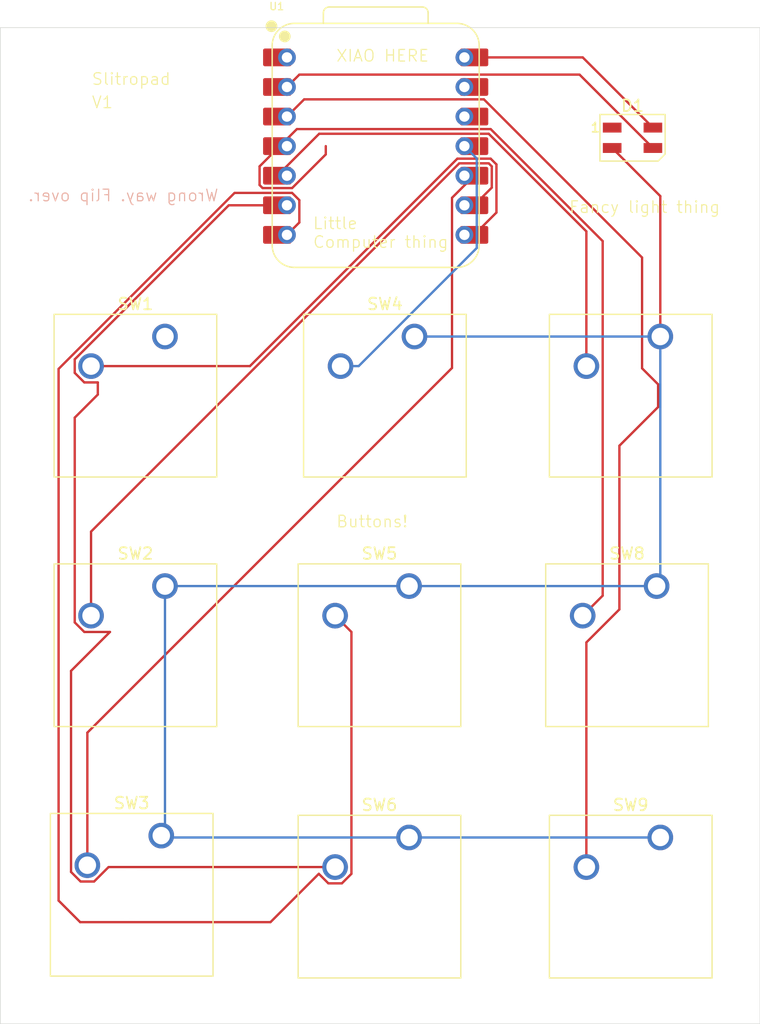
<source format=kicad_pcb>
(kicad_pcb (version 20241229) (generator "pcbnew") (generator_version "9.0")
  (layers (0 "F.Cu" signal) (2 "B.Cu" signal) (13 "F.Paste" user) (15 "B.Paste" user) (5 "F.SilkS" user "F.Silkscreen") (7 "B.SilkS" user "B.Silkscreen") (1 "F.Mask" user) (3 "B.Mask" user) (25 "Edge.Cuts" user))
  (net 0 "")
  (net 1 "GND")
  (net 2 "Net-(U1-GPIO1{slash}RX)")
  (net 3 "Net-(U1-GPIO2{slash}SCK)")
  (net 4 "Net-(U1-GPIO4{slash}MISO)")
  (net 5 "Net-(U1-GPIO3{slash}MOSI)")
  (net 6 "Net-(U1-GPIO0{slash}TX)")
  (net 7 "Net-(U1-GPIO7{slash}SCL)")
  (net 8 "Net-(U1-GPIO6{slash}SDA)")
  (net 9 "Net-(U1-GPIO29{slash}ADC3{slash}A3)")
  (net 10 "Net-(U1-GPIO28{slash}ADC2{slash}A2)")
  (net 15 "Net-(D1-VSS)")
  (net 16 "Net-(D1-DIN)")
  (net 17 "Net-(D1-VDD)")
  (footprint "Button_Switch_Keyboard:SW_Cherry_MX_1.00u_PCB" (layer "F.Cu") (at 103.34551 70.96059)
    (property "Reference" "SW2" (at -2.54 -2.794 0) (layer "F.SilkS"))
    (property "Value" "SW_Push")
    (fp_line (start -9.525 -1.905) (end 4.445 -1.905) (stroke (width 0.12)) (layer "F.SilkS"))
    (fp_line (start -9.525 12.065) (end -9.525 -1.905) (stroke (width 0.12)) (layer "F.SilkS"))
    (fp_line (start 4.445 -1.905) (end 4.445 12.065) (stroke (width 0.12)) (layer "F.SilkS"))
    (fp_line (start 4.445 12.065) (end -9.525 12.065) (stroke (width 0.12)) (layer "F.SilkS"))
    (pad "" np_thru_hole circle (at -7.62 5.08) (size 1.7 1.7) (drill 1.7) (layers "*.Cu" "*.Mask"))
    (pad "" np_thru_hole circle (at -2.54 5.08) (size 4 4) (drill 4) (layers "*.Cu" "*.Mask"))
    (pad "" np_thru_hole circle (at 2.54 5.08) (size 1.7 1.7) (drill 1.7) (layers "*.Cu" "*.Mask"))
    (pad "1" thru_hole circle (at 0 0) (size 2.2 2.2) (drill 1.5) (layers "*.Cu" "*.Mask") (net 15 "Net-(D1-VSS)"))
    (pad "2" thru_hole circle (at -6.35 2.54) (size 2.2 2.2) (drill 1.5) (layers "*.Cu" "*.Mask") (net 3 "Net-(U1-GPIO2{slash}SCK)"))
  )
  (footprint "Button_Switch_Keyboard:SW_Cherry_MX_1.00u_PCB" (layer "F.Cu") (at 145.89011 49.52952)
    (property "Reference" "SW7" (hide yes))
    (property "Value" "SW_Push")
    (fp_line (start -9.525 -1.905) (end 4.445 -1.905) (stroke (width 0.12)) (layer "F.SilkS"))
    (fp_line (start -9.525 12.065) (end -9.525 -1.905) (stroke (width 0.12)) (layer "F.SilkS"))
    (fp_line (start 4.445 -1.905) (end 4.445 12.065) (stroke (width 0.12)) (layer "F.SilkS"))
    (fp_line (start 4.445 12.065) (end -9.525 12.065) (stroke (width 0.12)) (layer "F.SilkS"))
    (pad "" np_thru_hole circle (at -7.62 5.08) (size 1.7 1.7) (drill 1.7) (layers "*.Cu" "*.Mask"))
    (pad "" np_thru_hole circle (at -2.54 5.08) (size 4 4) (drill 4) (layers "*.Cu" "*.Mask"))
    (pad "" np_thru_hole circle (at 2.54 5.08) (size 1.7 1.7) (drill 1.7) (layers "*.Cu" "*.Mask"))
    (pad "1" thru_hole circle (at 0 0) (size 2.2 2.2) (drill 1.5) (layers "*.Cu" "*.Mask") (net 15 "Net-(D1-VSS)"))
    (pad "2" thru_hole circle (at -6.35 2.54) (size 2.2 2.2) (drill 1.5) (layers "*.Cu" "*.Mask") (net 8 "Net-(U1-GPIO6{slash}SDA)"))
  )
  (footprint "Button_Switch_Keyboard:SW_Cherry_MX_1.00u_PCB" (layer "F.Cu") (at 124.3092 70.96059)
    (property "Reference" "SW5" (at -2.54 -2.794 0) (layer "F.SilkS"))
    (property "Value" "SW_Push")
    (fp_line (start -9.525 -1.905) (end 4.445 -1.905) (stroke (width 0.12)) (layer "F.SilkS"))
    (fp_line (start -9.525 12.065) (end -9.525 -1.905) (stroke (width 0.12)) (layer "F.SilkS"))
    (fp_line (start 4.445 -1.905) (end 4.445 12.065) (stroke (width 0.12)) (layer "F.SilkS"))
    (fp_line (start 4.445 12.065) (end -9.525 12.065) (stroke (width 0.12)) (layer "F.SilkS"))
    (pad "" np_thru_hole circle (at -7.62 5.08) (size 1.7 1.7) (drill 1.7) (layers "*.Cu" "*.Mask"))
    (pad "" np_thru_hole circle (at -2.54 5.08) (size 4 4) (drill 4) (layers "*.Cu" "*.Mask"))
    (pad "" np_thru_hole circle (at 2.54 5.08) (size 1.7 1.7) (drill 1.7) (layers "*.Cu" "*.Mask"))
    (pad "1" thru_hole circle (at 0 0) (size 2.2 2.2) (drill 1.5) (layers "*.Cu" "*.Mask") (net 15 "Net-(D1-VSS)"))
    (pad "2" thru_hole circle (at -6.35 2.54) (size 2.2 2.2) (drill 1.5) (layers "*.Cu" "*.Mask") (net 6 "Net-(U1-GPIO0{slash}TX)"))
  )
  (footprint "footprint:XIAO-RP2040-DIP" (layer "F.Cu") (at 121.44273 33.17845)
    (property "Reference" "U1" (at -8.5 -12 0) (layer "F.SilkS") (effects (font (size 0.635 0.635) (thickness 0.1016))))
    (property "Value" "XIAO-RP2040-DIP")
    (fp_line (start -8.89 8.509) (end -8.89 -8.636) (stroke (width 0.127)) (layer "F.SilkS"))
    (fp_line (start -6.985 10.414) (end 6.985 10.414) (stroke (width 0.127)) (layer "F.SilkS"))
    (fp_line (start -4.495 -10.541) (end -4.491272 -11.451272) (stroke (width 0.127)) (layer "F.SilkS"))
    (fp_line (start -3.991272 -11.951) (end 4.004 -11.951) (stroke (width 0.127)) (layer "F.SilkS"))
    (fp_line (start 4.504 -11.451) (end 4.504 -10.541) (stroke (width 0.127)) (layer "F.SilkS"))
    (fp_line (start 6.985 -10.541) (end -6.985 -10.541) (stroke (width 0.1)) (layer "F.SilkS"))
    (fp_line (start 6.985 -10.541) (end -6.985 -10.541) (stroke (width 0.127)) (layer "F.SilkS"))
    (fp_line (start 8.89 8.509) (end 8.89 -8.636) (stroke (width 0.127)) (layer "F.SilkS"))
    (fp_arc (start -8.89 -8.636) (mid -8.332038 -9.983038) (end -6.985 -10.541) (stroke (width 0.127)) (layer "F.SilkS"))
    (fp_arc (start -6.985 10.414) (mid -8.332038 9.856038) (end -8.89 8.509) (stroke (width 0.127)) (layer "F.SilkS"))
    (fp_arc (start -4.491272 -11.451272) (mid -4.344728 -11.80464) (end -3.991272 -11.951) (stroke (width 0.127)) (layer "F.SilkS"))
    (fp_arc (start 4.004 -11.951) (mid 4.357553 -11.804553) (end 4.504 -11.451) (stroke (width 0.127)) (layer "F.SilkS"))
    (fp_arc (start 6.985 -10.541) (mid 8.332038 -9.983038) (end 8.89 -8.636) (stroke (width 0.127)) (layer "F.SilkS"))
    (fp_arc (start 8.89 8.509) (mid 8.332038 9.856038) (end 6.985 10.414) (stroke (width 0.127)) (layer "F.SilkS"))
    (fp_circle (center -8.95 -10.3) (end -8.95 -10.554) (stroke (width 0.5)) (fill yes) (layer "F.SilkS"))
    (fp_circle (center -7.807 -9.42) (end -7.807 -9.674) (stroke (width 0.5)) (fill yes) (layer "F.SilkS"))
    (pad "1" smd roundrect (at -8.455 -7.62 180) (size 2.432 1.524) (layers "F.Cu" "F.Mask") (roundrect_rratio 0.1))
    (pad "1" thru_hole circle (at -7.62 -7.62 180) (size 1.524 1.524) (drill 0.889) (layers "*.Cu" "*.Mask"))
    (pad "2" smd roundrect (at -8.455 -5.08 180) (size 2.432 1.524) (layers "F.Cu" "F.Mask") (roundrect_rratio 0.1) (net 16 "Net-(D1-DIN)"))
    (pad "2" thru_hole circle (at -7.62 -5.08 180) (size 1.524 1.524) (drill 0.889) (layers "*.Cu" "*.Mask") (net 16 "Net-(D1-DIN)"))
    (pad "3" smd roundrect (at -8.455 -2.54 180) (size 2.432 1.524) (layers "F.Cu" "F.Mask") (roundrect_rratio 0.1) (net 10 "Net-(U1-GPIO28{slash}ADC2{slash}A2)"))
    (pad "3" thru_hole circle (at -7.62 -2.54 180) (size 1.524 1.524) (drill 0.889) (layers "*.Cu" "*.Mask") (net 10 "Net-(U1-GPIO28{slash}ADC2{slash}A2)"))
    (pad "4" smd roundrect (at -8.455 0 180) (size 2.432 1.524) (layers "F.Cu" "F.Mask") (roundrect_rratio 0.1) (net 9 "Net-(U1-GPIO29{slash}ADC3{slash}A3)"))
    (pad "4" thru_hole circle (at -7.62 0 180) (size 1.524 1.524) (drill 0.889) (layers "*.Cu" "*.Mask") (net 9 "Net-(U1-GPIO29{slash}ADC3{slash}A3)"))
    (pad "5" smd roundrect (at -8.455 2.54 180) (size 2.432 1.524) (layers "F.Cu" "F.Mask") (roundrect_rratio 0.1) (net 8 "Net-(U1-GPIO6{slash}SDA)"))
    (pad "5" thru_hole circle (at -7.62 2.54 180) (size 1.524 1.524) (drill 0.889) (layers "*.Cu" "*.Mask") (net 8 "Net-(U1-GPIO6{slash}SDA)"))
    (pad "6" smd roundrect (at -8.455 5.08 180) (size 2.432 1.524) (layers "F.Cu" "F.Mask") (roundrect_rratio 0.1) (net 7 "Net-(U1-GPIO7{slash}SCL)"))
    (pad "6" thru_hole circle (at -7.62 5.08 180) (size 1.524 1.524) (drill 0.889) (layers "*.Cu" "*.Mask") (net 7 "Net-(U1-GPIO7{slash}SCL)"))
    (pad "7" smd roundrect (at -8.455 7.62 180) (size 2.432 1.524) (layers "F.Cu" "F.Mask") (roundrect_rratio 0.1) (net 6 "Net-(U1-GPIO0{slash}TX)"))
    (pad "7" thru_hole circle (at -7.62 7.62 180) (size 1.524 1.524) (drill 0.889) (layers "*.Cu" "*.Mask") (net 6 "Net-(U1-GPIO0{slash}TX)"))
    (pad "8" thru_hole circle (at 7.62 7.62) (size 1.524 1.524) (drill 0.889) (layers "*.Cu" "*.Mask") (net 2 "Net-(U1-GPIO1{slash}RX)"))
    (pad "8" smd roundrect (at 8.455 7.62) (size 2.432 1.524) (layers "F.Cu" "F.Mask") (roundrect_rratio 0.1) (net 2 "Net-(U1-GPIO1{slash}RX)"))
    (pad "9" thru_hole circle (at 7.62 5.08) (size 1.524 1.524) (drill 0.889) (layers "*.Cu" "*.Mask") (net 3 "Net-(U1-GPIO2{slash}SCK)"))
    (pad "9" smd roundrect (at 8.455 5.08) (size 2.432 1.524) (layers "F.Cu" "F.Mask") (roundrect_rratio 0.1) (net 3 "Net-(U1-GPIO2{slash}SCK)"))
    (pad "10" thru_hole circle (at 7.62 2.54) (size 1.524 1.524) (drill 0.889) (layers "*.Cu" "*.Mask") (net 4 "Net-(U1-GPIO4{slash}MISO)"))
    (pad "10" smd roundrect (at 8.455 2.54) (size 2.432 1.524) (layers "F.Cu" "F.Mask") (roundrect_rratio 0.1) (net 4 "Net-(U1-GPIO4{slash}MISO)"))
    (pad "11" thru_hole circle (at 7.62 0) (size 1.524 1.524) (drill 0.889) (layers "*.Cu" "*.Mask") (net 5 "Net-(U1-GPIO3{slash}MOSI)"))
    (pad "11" smd roundrect (at 8.455 0) (size 2.432 1.524) (layers "F.Cu" "F.Mask") (roundrect_rratio 0.1) (net 5 "Net-(U1-GPIO3{slash}MOSI)"))
    (pad "12" thru_hole circle (at 7.62 -2.54) (size 1.524 1.524) (drill 0.889) (layers "*.Cu" "*.Mask"))
    (pad "12" smd roundrect (at 8.455 -2.54) (size 2.432 1.524) (layers "F.Cu" "F.Mask") (roundrect_rratio 0.1))
    (pad "13" thru_hole circle (at 7.62 -5.08) (size 1.524 1.524) (drill 0.889) (layers "*.Cu" "*.Mask"))
    (pad "13" smd roundrect (at 8.455 -5.08) (size 2.432 1.524) (layers "F.Cu" "F.Mask") (roundrect_rratio 0.1))
    (pad "14" thru_hole circle (at 7.62 -7.62) (size 1.524 1.524) (drill 0.889) (layers "*.Cu" "*.Mask") (net 17 "Net-(D1-VDD)"))
    (pad "14" smd roundrect (at 8.455 -7.62) (size 2.432 1.524) (layers "F.Cu" "F.Mask") (roundrect_rratio 0.1) (net 17 "Net-(D1-VDD)"))
  )
  (footprint "Button_Switch_Keyboard:SW_Cherry_MX_1.00u_PCB" (layer "F.Cu") (at 145.57257 70.96059)
    (property "Reference" "SW8" (at -2.54 -2.794 0) (layer "F.SilkS"))
    (property "Value" "SW_Push")
    (fp_line (start -9.525 -1.905) (end 4.445 -1.905) (stroke (width 0.12)) (layer "F.SilkS"))
    (fp_line (start -9.525 12.065) (end -9.525 -1.905) (stroke (width 0.12)) (layer "F.SilkS"))
    (fp_line (start 4.445 -1.905) (end 4.445 12.065) (stroke (width 0.12)) (layer "F.SilkS"))
    (fp_line (start 4.445 12.065) (end -9.525 12.065) (stroke (width 0.12)) (layer "F.SilkS"))
    (pad "" np_thru_hole circle (at -7.62 5.08) (size 1.7 1.7) (drill 1.7) (layers "*.Cu" "*.Mask"))
    (pad "" np_thru_hole circle (at -2.54 5.08) (size 4 4) (drill 4) (layers "*.Cu" "*.Mask"))
    (pad "" np_thru_hole circle (at 2.54 5.08) (size 1.7 1.7) (drill 1.7) (layers "*.Cu" "*.Mask"))
    (pad "1" thru_hole circle (at 0 0) (size 2.2 2.2) (drill 1.5) (layers "*.Cu" "*.Mask") (net 15 "Net-(D1-VSS)"))
    (pad "2" thru_hole circle (at -6.35 2.54) (size 2.2 2.2) (drill 1.5) (layers "*.Cu" "*.Mask") (net 9 "Net-(U1-GPIO29{slash}ADC3{slash}A3)"))
  )
  (footprint "Button_Switch_Keyboard:SW_Cherry_MX_1.00u_PCB" (layer "F.Cu") (at 103.02797 92.39166)
    (property "Reference" "SW3" (at -2.54 -2.794 0) (layer "F.SilkS"))
    (property "Value" "SW_Push")
    (fp_line (start -9.525 -1.905) (end 4.445 -1.905) (stroke (width 0.12)) (layer "F.SilkS"))
    (fp_line (start -9.525 12.065) (end -9.525 -1.905) (stroke (width 0.12)) (layer "F.SilkS"))
    (fp_line (start 4.445 -1.905) (end 4.445 12.065) (stroke (width 0.12)) (layer "F.SilkS"))
    (fp_line (start 4.445 12.065) (end -9.525 12.065) (stroke (width 0.12)) (layer "F.SilkS"))
    (pad "" np_thru_hole circle (at -7.62 5.08) (size 1.7 1.7) (drill 1.7) (layers "*.Cu" "*.Mask"))
    (pad "" np_thru_hole circle (at -2.54 5.08) (size 4 4) (drill 4) (layers "*.Cu" "*.Mask"))
    (pad "" np_thru_hole circle (at 2.54 5.08) (size 1.7 1.7) (drill 1.7) (layers "*.Cu" "*.Mask"))
    (pad "1" thru_hole circle (at 0 0) (size 2.2 2.2) (drill 1.5) (layers "*.Cu" "*.Mask") (net 15 "Net-(D1-VSS)"))
    (pad "2" thru_hole circle (at -6.35 2.54) (size 2.2 2.2) (drill 1.5) (layers "*.Cu" "*.Mask") (net 4 "Net-(U1-GPIO4{slash}MISO)"))
  )
  (footprint "Button_Switch_Keyboard:SW_Cherry_MX_1.00u_PCB" (layer "F.Cu") (at 145.89011 92.55043)
    (property "Reference" "SW9" (at -2.54 -2.794 0) (layer "F.SilkS"))
    (property "Value" "SW_Push")
    (fp_line (start -9.525 -1.905) (end 4.445 -1.905) (stroke (width 0.12)) (layer "F.SilkS"))
    (fp_line (start -9.525 12.065) (end -9.525 -1.905) (stroke (width 0.12)) (layer "F.SilkS"))
    (fp_line (start 4.445 -1.905) (end 4.445 12.065) (stroke (width 0.12)) (layer "F.SilkS"))
    (fp_line (start 4.445 12.065) (end -9.525 12.065) (stroke (width 0.12)) (layer "F.SilkS"))
    (pad "" np_thru_hole circle (at -7.62 5.08) (size 1.7 1.7) (drill 1.7) (layers "*.Cu" "*.Mask"))
    (pad "" np_thru_hole circle (at -2.54 5.08) (size 4 4) (drill 4) (layers "*.Cu" "*.Mask"))
    (pad "" np_thru_hole circle (at 2.54 5.08) (size 1.7 1.7) (drill 1.7) (layers "*.Cu" "*.Mask"))
    (pad "1" thru_hole circle (at 0 0) (size 2.2 2.2) (drill 1.5) (layers "*.Cu" "*.Mask") (net 15 "Net-(D1-VSS)"))
    (pad "2" thru_hole circle (at -6.35 2.54) (size 2.2 2.2) (drill 1.5) (layers "*.Cu" "*.Mask") (net 10 "Net-(U1-GPIO28{slash}ADC2{slash}A2)"))
  )
  (footprint "Button_Switch_Keyboard:SW_Cherry_MX_1.00u_PCB" (layer "F.Cu") (at 124.3092 92.55043)
    (property "Reference" "SW6" (at -2.54 -2.794 0) (layer "F.SilkS"))
    (property "Value" "SW_Push")
    (fp_line (start -9.525 -1.905) (end 4.445 -1.905) (stroke (width 0.12)) (layer "F.SilkS"))
    (fp_line (start -9.525 12.065) (end -9.525 -1.905) (stroke (width 0.12)) (layer "F.SilkS"))
    (fp_line (start 4.445 -1.905) (end 4.445 12.065) (stroke (width 0.12)) (layer "F.SilkS"))
    (fp_line (start 4.445 12.065) (end -9.525 12.065) (stroke (width 0.12)) (layer "F.SilkS"))
    (pad "" np_thru_hole circle (at -7.62 5.08) (size 1.7 1.7) (drill 1.7) (layers "*.Cu" "*.Mask"))
    (pad "" np_thru_hole circle (at -2.54 5.08) (size 4 4) (drill 4) (layers "*.Cu" "*.Mask"))
    (pad "" np_thru_hole circle (at 2.54 5.08) (size 1.7 1.7) (drill 1.7) (layers "*.Cu" "*.Mask"))
    (pad "1" thru_hole circle (at 0 0) (size 2.2 2.2) (drill 1.5) (layers "*.Cu" "*.Mask") (net 15 "Net-(D1-VSS)"))
    (pad "2" thru_hole circle (at -6.35 2.54) (size 2.2 2.2) (drill 1.5) (layers "*.Cu" "*.Mask") (net 7 "Net-(U1-GPIO7{slash}SCL)"))
  )
  (footprint "Button_Switch_Keyboard:SW_Cherry_MX_1.00u_PCB" (layer "F.Cu") (at 103.34551 49.52952)
    (property "Reference" "SW1" (at -2.54 -2.794 0) (layer "F.SilkS"))
    (property "Value" "SW_Push")
    (fp_line (start -9.525 -1.905) (end 4.445 -1.905) (stroke (width 0.12)) (layer "F.SilkS"))
    (fp_line (start -9.525 12.065) (end -9.525 -1.905) (stroke (width 0.12)) (layer "F.SilkS"))
    (fp_line (start 4.445 -1.905) (end 4.445 12.065) (stroke (width 0.12)) (layer "F.SilkS"))
    (fp_line (start 4.445 12.065) (end -9.525 12.065) (stroke (width 0.12)) (layer "F.SilkS"))
    (pad "" np_thru_hole circle (at -7.62 5.08) (size 1.7 1.7) (drill 1.7) (layers "*.Cu" "*.Mask"))
    (pad "" np_thru_hole circle (at -2.54 5.08) (size 4 4) (drill 4) (layers "*.Cu" "*.Mask"))
    (pad "" np_thru_hole circle (at 2.54 5.08) (size 1.7 1.7) (drill 1.7) (layers "*.Cu" "*.Mask"))
    (pad "1" thru_hole circle (at 0 0) (size 2.2 2.2) (drill 1.5) (layers "*.Cu" "*.Mask") (net 1 "GND"))
    (pad "2" thru_hole circle (at -6.35 2.54) (size 2.2 2.2) (drill 1.5) (layers "*.Cu" "*.Mask") (net 2 "Net-(U1-GPIO1{slash}RX)"))
  )
  (footprint "LED_SMD:LED_SK6812MINI_PLCC4_3.5x3.5mm_P1.75mm" (layer "F.Cu") (at 143.50503 32.46222)
    (property "Reference" "D1" (at 0 -2.75 0) (layer "F.SilkS"))
    (property "Value" "SK6812MINI")
    (fp_line (start -2.8 -2) (end -2.8 2) (stroke (width 0.12)) (layer "F.SilkS"))
    (fp_line (start -2.8 -2) (end 2.8 -2) (stroke (width 0.12)) (layer "F.SilkS"))
    (fp_line (start -2.8 2) (end 2.2 2) (stroke (width 0.12)) (layer "F.SilkS"))
    (fp_line (start 2.8 1.4) (end 2.2 2) (stroke (width 0.12)) (layer "F.SilkS"))
    (fp_line (start 2.8 1.4) (end 2.8 -2) (stroke (width 0.12)) (layer "F.SilkS"))
    (fp_text user "1" (at -3.2 -0.875 0) (layer "F.SilkS") (effects (font (size 0.8 0.8))))
    (pad "1" smd rect (at -1.75 -0.875) (size 1.6 0.85) (layers "F.Cu" "F.Mask" "F.Paste"))
    (pad "2" smd rect (at -1.75 0.875) (size 1.6 0.85) (layers "F.Cu" "F.Mask" "F.Paste") (net 15 "Net-(D1-VSS)"))
    (pad "3" smd rect (at 1.75 0.875) (size 1.6 0.85) (layers "F.Cu" "F.Mask" "F.Paste") (net 16 "Net-(D1-DIN)"))
    (pad "4" smd rect (at 1.75 -0.875) (size 1.6 0.85) (layers "F.Cu" "F.Mask" "F.Paste") (net 17 "Net-(D1-VDD)"))
  )
  (footprint "Button_Switch_Keyboard:SW_Cherry_MX_1.00u_PCB" (layer "F.Cu") (at 124.77658 49.52952)
    (property "Reference" "SW4" (at -2.54 -2.794 0) (layer "F.SilkS"))
    (property "Value" "SW_Push")
    (fp_line (start -9.525 -1.905) (end 4.445 -1.905) (stroke (width 0.12)) (layer "F.SilkS"))
    (fp_line (start -9.525 12.065) (end -9.525 -1.905) (stroke (width 0.12)) (layer "F.SilkS"))
    (fp_line (start 4.445 -1.905) (end 4.445 12.065) (stroke (width 0.12)) (layer "F.SilkS"))
    (fp_line (start 4.445 12.065) (end -9.525 12.065) (stroke (width 0.12)) (layer "F.SilkS"))
    (pad "" np_thru_hole circle (at -7.62 5.08) (size 1.7 1.7) (drill 1.7) (layers "*.Cu" "*.Mask"))
    (pad "" np_thru_hole circle (at -2.54 5.08) (size 4 4) (drill 4) (layers "*.Cu" "*.Mask"))
    (pad "" np_thru_hole circle (at 2.54 5.08) (size 1.7 1.7) (drill 1.7) (layers "*.Cu" "*.Mask"))
    (pad "1" thru_hole circle (at 0 0) (size 2.2 2.2) (drill 1.5) (layers "*.Cu" "*.Mask") (net 15 "Net-(D1-VSS)"))
    (pad "2" thru_hole circle (at -6.35 2.54) (size 2.2 2.2) (drill 1.5) (layers "*.Cu" "*.Mask") (net 5 "Net-(U1-GPIO3{slash}MOSI)"))
  )
  (gr_rect (start 89.2 23) (end 154.45 108.55) (stroke (width 0.05)) (fill no) (layer "Edge.Cuts"))
  (gr_text "Little\nComputer thing" (at 116 42 0) (layer "F.SilkS") (effects (font (size 1 1) (thickness 0.1)) (justify left bottom)))
  (gr_text "XIAO HERE" (at 118 26 0) (layer "F.SilkS") (effects (font (size 1 1) (thickness 0.1)) (justify left bottom)))
  (gr_text "Slitropad\n" (at 97 28 0) (layer "F.SilkS") (effects (font (size 1 1) (thickness 0.1)) (justify left bottom)))
  (gr_text "Buttons!" (at 118 66 0) (layer "F.SilkS") (effects (font (size 1 1) (thickness 0.1)) (justify left bottom)))
  (gr_text "V1" (at 97 30 0) (layer "F.SilkS") (effects (font (size 1 1) (thickness 0.1)) (justify left bottom)))
  (gr_text "Fancy light thing" (at 138 39 0) (layer "F.SilkS") (effects (font (size 1 1) (thickness 0.1)) (justify left bottom)))
  (gr_text "Wrong way. Flip over.\n" (at 108 38 0) (layer "B.SilkS") (effects (font (size 1 1) (thickness 0.1)) (justify left bottom mirror)))
  (segment (start 131.81573 38.88045) (end 129.89773 40.79845) (width 0.2) (layer "F.Cu") (net 2))
  (segment (start 110.64125 52.06952) (end 128.45632 34.25445) (width 0.2) (layer "F.Cu") (net 2))
  (segment (start 128.45632 34.25445) (end 131.319456 34.25445) (width 0.2) (layer "F.Cu") (net 2))
  (segment (start 131.81573 34.750724) (end 131.81573 38.88045) (width 0.2) (layer "F.Cu") (net 2))
  (segment (start 96.99551 52.06952) (end 110.64125 52.06952) (width 0.2) (layer "F.Cu") (net 2))
  (segment (start 131.319456 34.25445) (end 131.81573 34.750724) (width 0.2) (layer "F.Cu") (net 2))
  (segment (start 131.41473 36.74145) (end 129.89773 38.25845) (width 0.2) (layer "F.Cu") (net 3))
  (segment (start 96.99551 66.28236) (end 128.62242 34.65545) (width 0.2) (layer "F.Cu") (net 3))
  (segment (start 131.41473 34.916824) (end 131.41473 36.74145) (width 0.2) (layer "F.Cu") (net 3))
  (segment (start 128.62242 34.65545) (end 131.153356 34.65545) (width 0.2) (layer "F.Cu") (net 3))
  (segment (start 131.153356 34.65545) (end 131.41473 34.916824) (width 0.2) (layer "F.Cu") (net 3))
  (segment (start 96.99551 73.50059) (end 96.99551 66.28236) (width 0.2) (layer "F.Cu") (net 3))
  (segment (start 96.67797 83.54966) (end 127.99973 52.2279) (width 0.2) (layer "F.Cu") (net 4))
  (segment (start 127.99973 37.61645) (end 129.89773 35.71845) (width 0.2) (layer "F.Cu") (net 4))
  (segment (start 96.67797 94.93166) (end 96.67797 83.54966) (width 0.2) (layer "F.Cu") (net 4))
  (segment (start 127.99973 52.2279) (end 127.99973 37.61645) (width 0.2) (layer "F.Cu") (net 4))
  (segment (start 118.42658 52.06952) (end 119.982214 52.06952) (width 0.2) (layer "B.Cu") (net 5))
  (segment (start 130.12573 34.24145) (end 129.06273 33.17845) (width 0.2) (layer "B.Cu") (net 5))
  (segment (start 130.12573 41.926004) (end 130.12573 34.24145) (width 0.2) (layer "B.Cu") (net 5))
  (segment (start 119.982214 52.06952) (end 130.12573 41.926004) (width 0.2) (layer "B.Cu") (net 5))
  (segment (start 117.9592 73.50059) (end 119.3602 74.90159) (width 0.2) (layer "F.Cu") (net 6))
  (segment (start 118.539514 96.49143) (end 117.378886 96.49143) (width 0.2) (layer "F.Cu") (net 6))
  (segment (start 114.88573 37.81814) (end 114.88573 39.73545) (width 0.2) (layer "F.Cu") (net 6))
  (segment (start 116.5582 95.670744) (end 112.406284 99.82266) (width 0.2) (layer "F.Cu") (net 6))
  (segment (start 119.3602 95.670744) (end 118.539514 96.49143) (width 0.2) (layer "F.Cu") (net 6))
  (segment (start 96.0605 99.82266) (end 94.20697 97.96913) (width 0.2) (layer "F.Cu") (net 6))
  (segment (start 114.88573 39.73545) (end 113.82273 40.79845) (width 0.2) (layer "F.Cu") (net 6))
  (segment (start 119.3602 74.90159) (end 119.3602 95.670744) (width 0.2) (layer "F.Cu") (net 6))
  (segment (start 117.378886 96.49143) (end 116.5582 95.670744) (width 0.2) (layer "F.Cu") (net 6))
  (segment (start 94.20697 97.96913) (end 94.20697 52.309646) (width 0.2) (layer "F.Cu") (net 6))
  (segment (start 109.321166 37.19545) (end 114.26304 37.19545) (width 0.2) (layer "F.Cu") (net 6))
  (segment (start 114.26304 37.19545) (end 114.88573 37.81814) (width 0.2) (layer "F.Cu") (net 6))
  (segment (start 94.20697 52.309646) (end 109.321166 37.19545) (width 0.2) (layer "F.Cu") (net 6))
  (segment (start 112.406284 99.82266) (end 96.0605 99.82266) (width 0.2) (layer "F.Cu") (net 6))
  (segment (start 95.59451 74.080904) (end 95.59451 56.495704) (width 0.2) (layer "F.Cu") (net 7))
  (segment (start 95.27697 95.511974) (end 95.27697 78.244314) (width 0.2) (layer "F.Cu") (net 7))
  (segment (start 98.619694 74.90159) (end 96.415196 74.90159) (width 0.2) (layer "F.Cu") (net 7))
  (segment (start 95.27697 78.244314) (end 98.619694 74.90159) (width 0.2) (layer "F.Cu") (net 7))
  (segment (start 98.500514 95.09043) (end 97.258284 96.33266) (width 0.2) (layer "F.Cu") (net 7))
  (segment (start 96.415196 74.90159) (end 95.59451 74.080904) (width 0.2) (layer "F.Cu") (net 7))
  (segment (start 96.415196 53.47052) (end 95.59451 52.649834) (width 0.2) (layer "F.Cu") (net 7))
  (segment (start 108.825266 38.25845) (end 113.82273 38.25845) (width 0.2) (layer "F.Cu") (net 7))
  (segment (start 97.575824 54.51439) (end 97.575824 53.47052) (width 0.2) (layer "F.Cu") (net 7))
  (segment (start 95.59451 51.489206) (end 108.825266 38.25845) (width 0.2) (layer "F.Cu") (net 7))
  (segment (start 96.097656 96.33266) (end 95.27697 95.511974) (width 0.2) (layer "F.Cu") (net 7))
  (segment (start 117.9592 95.09043) (end 98.500514 95.09043) (width 0.2) (layer "F.Cu") (net 7))
  (segment (start 95.59451 52.649834) (end 95.59451 51.489206) (width 0.2) (layer "F.Cu") (net 7))
  (segment (start 97.575824 53.47052) (end 96.415196 53.47052) (width 0.2) (layer "F.Cu") (net 7))
  (segment (start 95.59451 56.495704) (end 97.575824 54.51439) (width 0.2) (layer "F.Cu") (net 7))
  (segment (start 97.258284 96.33266) (end 96.097656 96.33266) (width 0.2) (layer "F.Cu") (net 7))
  (segment (start 139.54011 52.06952) (end 139.54011 40.502204) (width 0.2) (layer "F.Cu") (net 8))
  (segment (start 131.153356 32.11545) (end 116.59073 32.11545) (width 0.2) (layer "F.Cu") (net 8))
  (segment (start 139.54011 40.502204) (end 131.153356 32.11545) (width 0.2) (layer "F.Cu") (net 8))
  (segment (start 116.59073 32.11545) (end 112.98773 35.71845) (width 0.2) (layer "F.Cu") (net 8))
  (segment (start 111.47073 34.916824) (end 111.47073 36.520076) (width 0.2) (layer "F.Cu") (net 9))
  (segment (start 140.94111 41.336104) (end 131.319456 31.71445) (width 0.2) (layer "F.Cu") (net 9))
  (segment (start 111.47073 36.520076) (end 111.732104 36.78145) (width 0.2) (layer "F.Cu") (net 9))
  (segment (start 114.26304 36.78145) (end 117.15658 33.88791) (width 0.2) (layer "F.Cu") (net 9))
  (segment (start 114.673104 31.71445) (end 111.47073 34.916824) (width 0.2) (layer "F.Cu") (net 9))
  (segment (start 140.94111 71.78205) (end 140.94111 41.336104) (width 0.2) (layer "F.Cu") (net 9))
  (segment (start 131.319456 31.71445) (end 114.673104 31.71445) (width 0.2) (layer "F.Cu") (net 9))
  (segment (start 111.732104 36.78145) (end 114.26304 36.78145) (width 0.2) (layer "F.Cu") (net 9))
  (segment (start 139.22257 73.50059) (end 140.94111 71.78205) (width 0.2) (layer "F.Cu") (net 9))
  (segment (start 117.15658 33.88791) (end 117.15658 33.17845) (width 0.2) (layer "F.Cu") (net 9))
  (segment (start 142.376294 58.908152) (end 145.70111 55.583336) (width 0.2) (layer "F.Cu") (net 10))
  (segment (start 145.70111 55.583336) (end 145.70111 53.635704) (width 0.2) (layer "F.Cu") (net 10))
  (segment (start 139.54011 95.09043) (end 139.54011 75.799444) (width 0.2) (layer "F.Cu") (net 10))
  (segment (start 130.739356 29.16145) (end 115.29973 29.16145) (width 0.2) (layer "F.Cu") (net 10))
  (segment (start 144.323926 52.25852) (end 144.323926 42.74602) (width 0.2) (layer "F.Cu") (net 10))
  (segment (start 115.29973 29.16145) (end 113.82273 30.63845) (width 0.2) (layer "F.Cu") (net 10))
  (segment (start 139.54011 75.799444) (end 142.376294 72.96326) (width 0.2) (layer "F.Cu") (net 10))
  (segment (start 142.376294 72.96326) (end 142.376294 58.908152) (width 0.2) (layer "F.Cu") (net 10))
  (segment (start 144.323926 42.74602) (end 130.739356 29.16145) (width 0.2) (layer "F.Cu") (net 10))
  (segment (start 145.70111 53.635704) (end 144.323926 52.25852) (width 0.2) (layer "F.Cu") (net 10))
  (segment (start 145.89011 37.4723) (end 145.89011 49.52952) (width 0.2) (layer "F.Cu") (net 15))
  (segment (start 141.75503 33.33722) (end 145.89011 37.4723) (width 0.2) (layer "F.Cu") (net 15))
  (segment (start 145.89011 49.52952) (end 145.89011 70.64305) (width 0.2) (layer "B.Cu") (net 15))
  (segment (start 103.02797 92.39166) (end 103.34551 92.07412) (width 0.2) (layer "B.Cu") (net 15))
  (segment (start 145.89011 70.64305) (end 145.57257 70.96059) (width 0.2) (layer "B.Cu") (net 15))
  (segment (start 145.57257 70.96059) (end 124.3092 70.96059) (width 0.2) (layer "B.Cu") (net 15))
  (segment (start 145.89011 92.55043) (end 124.3092 92.55043) (width 0.2) (layer "B.Cu") (net 15))
  (segment (start 124.77658 49.52952) (end 145.89011 49.52952) (width 0.2) (layer "B.Cu") (net 15))
  (segment (start 103.34551 92.07412) (end 103.34551 70.96059) (width 0.2) (layer "B.Cu") (net 15))
  (segment (start 124.3092 92.55043) (end 103.18674 92.55043) (width 0.2) (layer "B.Cu") (net 15))
  (segment (start 103.18674 92.55043) (end 103.02797 92.39166) (width 0.2) (layer "B.Cu") (net 15))
  (segment (start 124.3092 70.96059) (end 103.34551 70.96059) (width 0.2) (layer "B.Cu") (net 15))
  (segment (start 138.95326 27.03545) (end 114.88573 27.03545) (width 0.2) (layer "F.Cu") (net 16))
  (segment (start 145.25503 33.33722) (end 138.95326 27.03545) (width 0.2) (layer "F.Cu") (net 16))
  (segment (start 114.88573 27.03545) (end 113.82273 28.09845) (width 0.2) (layer "F.Cu") (net 16))
  (segment (start 145.25503 31.58722) (end 139.22626 25.55845) (width 0.2) (layer "F.Cu") (net 17))
  (segment (start 139.22626 25.55845) (end 129.06273 25.55845) (width 0.2) (layer "F.Cu") (net 17))
)
</source>
